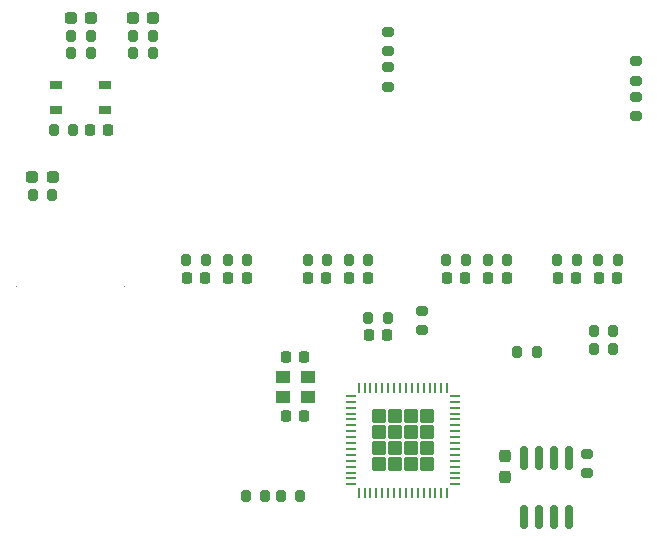
<source format=gtp>
%TF.GenerationSoftware,KiCad,Pcbnew,8.0.7*%
%TF.CreationDate,2025-01-02T12:23:41+01:00*%
%TF.ProjectId,kyncat,6b796e63-6174-42e6-9b69-6361645f7063,rev?*%
%TF.SameCoordinates,Original*%
%TF.FileFunction,Paste,Top*%
%TF.FilePolarity,Positive*%
%FSLAX46Y46*%
G04 Gerber Fmt 4.6, Leading zero omitted, Abs format (unit mm)*
G04 Created by KiCad (PCBNEW 8.0.7) date 2025-01-02 12:23:41*
%MOMM*%
%LPD*%
G01*
G04 APERTURE LIST*
G04 Aperture macros list*
%AMRoundRect*
0 Rectangle with rounded corners*
0 $1 Rounding radius*
0 $2 $3 $4 $5 $6 $7 $8 $9 X,Y pos of 4 corners*
0 Add a 4 corners polygon primitive as box body*
4,1,4,$2,$3,$4,$5,$6,$7,$8,$9,$2,$3,0*
0 Add four circle primitives for the rounded corners*
1,1,$1+$1,$2,$3*
1,1,$1+$1,$4,$5*
1,1,$1+$1,$6,$7*
1,1,$1+$1,$8,$9*
0 Add four rect primitives between the rounded corners*
20,1,$1+$1,$2,$3,$4,$5,0*
20,1,$1+$1,$4,$5,$6,$7,0*
20,1,$1+$1,$6,$7,$8,$9,0*
20,1,$1+$1,$8,$9,$2,$3,0*%
G04 Aperture macros list end*
%ADD10C,0.000000*%
%ADD11RoundRect,0.225000X-0.225000X-0.250000X0.225000X-0.250000X0.225000X0.250000X-0.225000X0.250000X0*%
%ADD12RoundRect,0.237500X0.237500X-0.300000X0.237500X0.300000X-0.237500X0.300000X-0.237500X-0.300000X0*%
%ADD13RoundRect,0.200000X0.200000X0.275000X-0.200000X0.275000X-0.200000X-0.275000X0.200000X-0.275000X0*%
%ADD14RoundRect,0.200000X-0.200000X-0.275000X0.200000X-0.275000X0.200000X0.275000X-0.200000X0.275000X0*%
%ADD15R,1.050000X0.650000*%
%ADD16RoundRect,0.225000X0.225000X0.250000X-0.225000X0.250000X-0.225000X-0.250000X0.225000X-0.250000X0*%
%ADD17R,1.300000X1.100000*%
%ADD18RoundRect,0.200000X0.275000X-0.200000X0.275000X0.200000X-0.275000X0.200000X-0.275000X-0.200000X0*%
%ADD19RoundRect,0.200000X-0.275000X0.200000X-0.275000X-0.200000X0.275000X-0.200000X0.275000X0.200000X0*%
%ADD20RoundRect,0.250001X-0.354668X-0.354668X0.354668X-0.354668X0.354668X0.354668X-0.354668X0.354668X0*%
%ADD21RoundRect,0.062500X-0.375000X-0.062500X0.375000X-0.062500X0.375000X0.062500X-0.375000X0.062500X0*%
%ADD22RoundRect,0.062500X-0.062500X-0.375000X0.062500X-0.375000X0.062500X0.375000X-0.062500X0.375000X0*%
%ADD23RoundRect,0.237500X-0.287500X-0.237500X0.287500X-0.237500X0.287500X0.237500X-0.287500X0.237500X0*%
%ADD24RoundRect,0.237500X0.287500X0.237500X-0.287500X0.237500X-0.287500X-0.237500X0.287500X-0.237500X0*%
%ADD25RoundRect,0.150000X-0.150000X0.825000X-0.150000X-0.825000X0.150000X-0.825000X0.150000X0.825000X0*%
G04 APERTURE END LIST*
D10*
%TO.C,J6*%
G36*
X105800399Y-60249999D02*
G01*
X105711499Y-60249999D01*
X105711499Y-60199199D01*
X105800399Y-60199199D01*
X105800399Y-60249999D01*
G37*
G36*
X105800399Y-64250000D02*
G01*
X105711499Y-64250000D01*
X105711499Y-64199201D01*
X105800399Y-64199201D01*
X105800399Y-64250000D01*
G37*
G36*
X115000401Y-60249999D02*
G01*
X114911501Y-60249999D01*
X114911501Y-60199199D01*
X115000401Y-60199199D01*
X115000401Y-60249999D01*
G37*
G36*
X115000401Y-64250000D02*
G01*
X114911501Y-64250000D01*
X114911501Y-64199201D01*
X115000401Y-64199201D01*
X115000401Y-64250000D01*
G37*
%TD*%
D11*
%TO.C,C19*%
X155100000Y-63500000D03*
X156650000Y-63500000D03*
%TD*%
D12*
%TO.C,C28*%
X147125000Y-80362500D03*
X147125000Y-78637500D03*
%TD*%
D13*
%TO.C,R3*%
X126825000Y-82000000D03*
X125175000Y-82000000D03*
%TD*%
D14*
%TO.C,FB3*%
X135550000Y-66875000D03*
X137200000Y-66875000D03*
%TD*%
D11*
%TO.C,C26*%
X123725000Y-63500000D03*
X125275000Y-63500000D03*
%TD*%
D14*
%TO.C,R11*%
X130425000Y-62000000D03*
X132075000Y-62000000D03*
%TD*%
%TO.C,R8*%
X142175000Y-62000000D03*
X143825000Y-62000000D03*
%TD*%
D15*
%TO.C,SW1*%
X113300000Y-49325000D03*
X109150000Y-49325000D03*
X113300000Y-47175000D03*
X109150000Y-47175000D03*
%TD*%
D16*
%TO.C,C25*%
X121775000Y-63500000D03*
X120225000Y-63500000D03*
%TD*%
D13*
%TO.C,R14*%
X125325000Y-62000000D03*
X123675000Y-62000000D03*
%TD*%
D16*
%TO.C,C20*%
X143775000Y-63500000D03*
X142225000Y-63500000D03*
%TD*%
D17*
%TO.C,Y1*%
X128325000Y-73575000D03*
X130425000Y-73575000D03*
X130425000Y-71925000D03*
X128325000Y-71925000D03*
%TD*%
D13*
%TO.C,R23*%
X117325000Y-43000000D03*
X115675000Y-43000000D03*
%TD*%
%TO.C,R21*%
X117325000Y-44500000D03*
X115675000Y-44500000D03*
%TD*%
D16*
%TO.C,C15*%
X130150000Y-70250000D03*
X128600000Y-70250000D03*
%TD*%
D11*
%TO.C,C16*%
X128600000Y-75250000D03*
X130150000Y-75250000D03*
%TD*%
D16*
%TO.C,C23*%
X132025000Y-63500000D03*
X130475000Y-63500000D03*
%TD*%
D18*
%TO.C,R16*%
X154125000Y-80075000D03*
X154125000Y-78425000D03*
%TD*%
D19*
%TO.C,R20*%
X137250000Y-42675000D03*
X137250000Y-44325000D03*
%TD*%
D14*
%TO.C,R13*%
X120175000Y-62000000D03*
X121825000Y-62000000D03*
%TD*%
D20*
%TO.C,U1*%
X136437500Y-75187500D03*
X136437500Y-76562500D03*
X136437500Y-77937500D03*
X136437500Y-79312500D03*
X137812500Y-75187500D03*
X137812500Y-76562500D03*
X137812500Y-77937500D03*
X137812500Y-79312500D03*
X139187500Y-75187500D03*
X139187500Y-76562500D03*
X139187500Y-77937500D03*
X139187500Y-79312500D03*
X140562500Y-75187500D03*
X140562500Y-76562500D03*
X140562500Y-77937500D03*
X140562500Y-79312500D03*
D21*
X134062500Y-73500000D03*
X134062500Y-74000000D03*
X134062500Y-74500000D03*
X134062500Y-75000000D03*
X134062500Y-75500000D03*
X134062500Y-76000000D03*
X134062500Y-76500000D03*
X134062500Y-77000000D03*
X134062500Y-77500000D03*
X134062500Y-78000000D03*
X134062500Y-78500000D03*
X134062500Y-79000000D03*
X134062500Y-79500000D03*
X134062500Y-80000000D03*
X134062500Y-80500000D03*
X134062500Y-81000000D03*
D22*
X134750000Y-81687500D03*
X135250000Y-81687500D03*
X135750000Y-81687500D03*
X136250000Y-81687500D03*
X136750000Y-81687500D03*
X137250000Y-81687500D03*
X137750000Y-81687500D03*
X138250000Y-81687500D03*
X138750000Y-81687500D03*
X139250000Y-81687500D03*
X139750000Y-81687500D03*
X140250000Y-81687500D03*
X140750000Y-81687500D03*
X141250000Y-81687500D03*
X141750000Y-81687500D03*
X142250000Y-81687500D03*
D21*
X142937500Y-81000000D03*
X142937500Y-80500000D03*
X142937500Y-80000000D03*
X142937500Y-79500000D03*
X142937500Y-79000000D03*
X142937500Y-78500000D03*
X142937500Y-78000000D03*
X142937500Y-77500000D03*
X142937500Y-77000000D03*
X142937500Y-76500000D03*
X142937500Y-76000000D03*
X142937500Y-75500000D03*
X142937500Y-75000000D03*
X142937500Y-74500000D03*
X142937500Y-74000000D03*
X142937500Y-73500000D03*
D22*
X142250000Y-72812500D03*
X141750000Y-72812500D03*
X141250000Y-72812500D03*
X140750000Y-72812500D03*
X140250000Y-72812500D03*
X139750000Y-72812500D03*
X139250000Y-72812500D03*
X138750000Y-72812500D03*
X138250000Y-72812500D03*
X137750000Y-72812500D03*
X137250000Y-72812500D03*
X136750000Y-72812500D03*
X136250000Y-72812500D03*
X135750000Y-72812500D03*
X135250000Y-72812500D03*
X134750000Y-72812500D03*
%TD*%
D19*
%TO.C,R15*%
X137250000Y-45675000D03*
X137250000Y-47325000D03*
%TD*%
D16*
%TO.C,C18*%
X153150000Y-63500000D03*
X151600000Y-63500000D03*
%TD*%
D13*
%TO.C,R12*%
X135575000Y-62000000D03*
X133925000Y-62000000D03*
%TD*%
%TO.C,R18*%
X156325000Y-69500000D03*
X154675000Y-69500000D03*
%TD*%
%TO.C,R24*%
X112075000Y-44500000D03*
X110425000Y-44500000D03*
%TD*%
D19*
%TO.C,R1*%
X140125000Y-66300000D03*
X140125000Y-67950000D03*
%TD*%
D14*
%TO.C,R6*%
X151550000Y-62000000D03*
X153200000Y-62000000D03*
%TD*%
%TO.C,R4*%
X128175000Y-82000000D03*
X129825000Y-82000000D03*
%TD*%
D13*
%TO.C,R25*%
X108825000Y-56500000D03*
X107175000Y-56500000D03*
%TD*%
%TO.C,R17*%
X156325000Y-68000000D03*
X154675000Y-68000000D03*
%TD*%
D23*
%TO.C,D3*%
X107125000Y-55000000D03*
X108875000Y-55000000D03*
%TD*%
D11*
%TO.C,C21*%
X145725000Y-63500000D03*
X147275000Y-63500000D03*
%TD*%
D24*
%TO.C,D1*%
X112125000Y-41500000D03*
X110375000Y-41500000D03*
%TD*%
D11*
%TO.C,C3*%
X135600000Y-68375000D03*
X137150000Y-68375000D03*
%TD*%
D13*
%TO.C,R9*%
X147325000Y-62000000D03*
X145675000Y-62000000D03*
%TD*%
D25*
%TO.C,U2*%
X152530000Y-78775000D03*
X151260000Y-78775000D03*
X149990000Y-78775000D03*
X148720000Y-78775000D03*
X148720000Y-83725000D03*
X149990000Y-83725000D03*
X151260000Y-83725000D03*
X152530000Y-83725000D03*
%TD*%
D11*
%TO.C,C24*%
X133975000Y-63500000D03*
X135525000Y-63500000D03*
%TD*%
D16*
%TO.C,C17*%
X113525000Y-51000000D03*
X111975000Y-51000000D03*
%TD*%
D13*
%TO.C,R2*%
X110575000Y-51000000D03*
X108925000Y-51000000D03*
%TD*%
D19*
%TO.C,R19*%
X158250000Y-45175000D03*
X158250000Y-46825000D03*
%TD*%
%TO.C,R10*%
X158250000Y-48175000D03*
X158250000Y-49825000D03*
%TD*%
D23*
%TO.C,D2*%
X115625000Y-41500000D03*
X117375000Y-41500000D03*
%TD*%
D13*
%TO.C,R7*%
X156700000Y-62000000D03*
X155050000Y-62000000D03*
%TD*%
D14*
%TO.C,R5*%
X148175000Y-69750000D03*
X149825000Y-69750000D03*
%TD*%
D13*
%TO.C,R22*%
X112075000Y-43000000D03*
X110425000Y-43000000D03*
%TD*%
M02*

</source>
